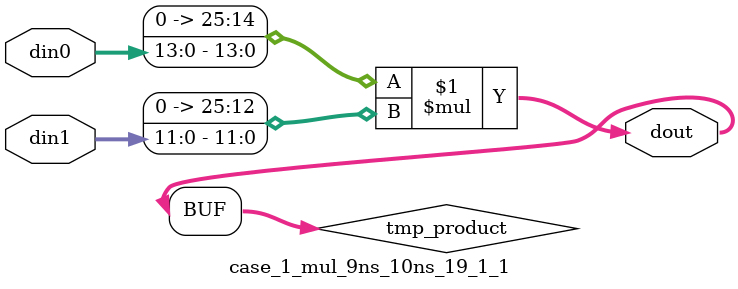
<source format=v>

`timescale 1 ns / 1 ps

 (* use_dsp = "no" *)  module case_1_mul_9ns_10ns_19_1_1(din0, din1, dout);
parameter ID = 1;
parameter NUM_STAGE = 0;
parameter din0_WIDTH = 14;
parameter din1_WIDTH = 12;
parameter dout_WIDTH = 26;

input [din0_WIDTH - 1 : 0] din0; 
input [din1_WIDTH - 1 : 0] din1; 
output [dout_WIDTH - 1 : 0] dout;

wire signed [dout_WIDTH - 1 : 0] tmp_product;
























assign tmp_product = $signed({1'b0, din0}) * $signed({1'b0, din1});











assign dout = tmp_product;





















endmodule

</source>
